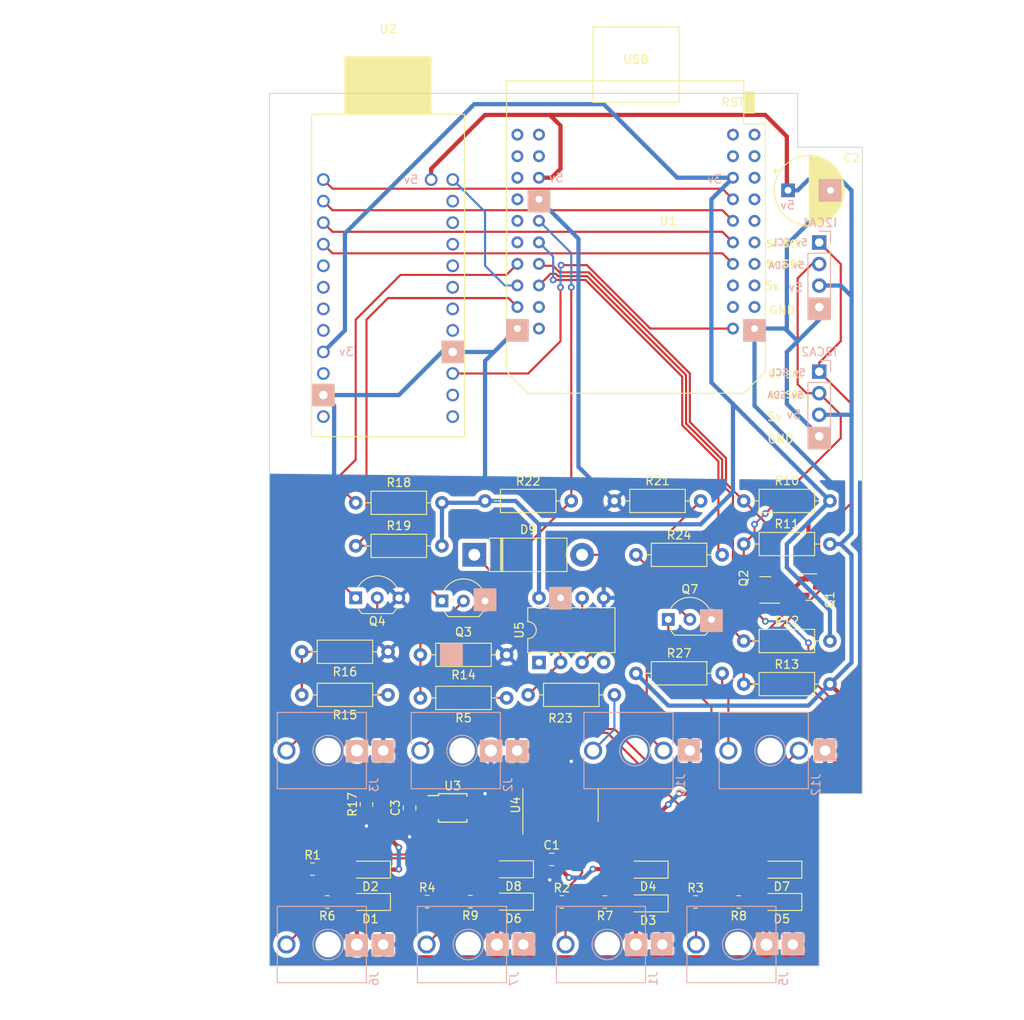
<source format=kicad_pcb>
(kicad_pcb (version 20221018) (generator pcbnew)
  (layers (0 "F.Cu" signal) (31 "B.Cu" signal) (34 "B.Paste" user) (35 "F.Paste" user) (36 "B.SilkS" user "B.Silkscreen") (37 "F.SilkS" user "F.Silkscreen") (38 "B.Mask" user) (39 "F.Mask" user) (44 "Edge.Cuts" user))
  (net 0 "")
  (net 8 "Net-(D9-K)")
  (net 10 "Net-(D9-A)")
  (net 38 "Net-(D1-K)")
  (net 39 "GND")
  (net 40 "+5V")
  (net 41 "Net-(J2-PadT)")
  (net 42 "Net-(J3-PadT)")
  (net 43 "Net-(Q7-C)")
  (net 44 "Net-(Q3-B)")
  (net 45 "Net-(Q4-B)")
  (net 46 "Net-(Q7-B)")
  (net 47 "Net-(U3-~{LDAC})")
  (net 48 "Net-(U5-VO1)")
  (net 49 "Net-(U4D--)")
  (net 50 "/INT")
  (net 51 "/SDA")
  (net 52 "/SCL")
  (net 53 "+3.3V")
  (net 54 "/CS")
  (net 55 "/MOSI")
  (net 56 "/A34")
  (net 57 "/MISO")
  (net 58 "/CLK")
  (net 59 "/A35")
  (net 60 "/RST")
  (net 61 "/midi_in")
  (net 63 "/DAC_A")
  (net 64 "/DAC_B")
  (net 65 "Net-(D3-K)")
  (net 66 "Net-(J10-PadR)")
  (net 67 "Net-(U4B--)")
  (net 68 "Net-(D5-K)")
  (net 69 "Net-(D6-K)")
  (net 70 "/DAC_C")
  (net 71 "Net-(J12-PadR)")
  (net 72 "/midi_out")
  (net 73 "Net-(U4C--)")
  (net 74 "Net-(U4A--)")
  (net 75 "/5v_SCL")
  (net 76 "/5v_SDA")
  (net 77 "/DAC_D")
  (net 78 "/A32")
  (net 79 "/A33")
  (net 82 "/GPIO27")
  (footprint "Resistor_THT:R_Axial_DIN0207_L6.3mm_D2.5mm_P10.16mm_Horizontal" (layer "F.Cu") (at 127 134.403)
    (fp_text reference "R11")
    (fp_text value "10k")
  )
  (footprint "Resistor_SMD:R_0805_2012Metric_Pad1.20x1.40mm_HandSolder" (layer "F.Cu") (at 110.64705 176.595 180)
    (fp_text reference "R7")
    (fp_text value "10k")
  )
  (footprint "Resistor_THT:R_Axial_DIN0207_L6.3mm_D2.5mm_P10.16mm_Horizontal" (layer "F.Cu") (at 101.6 152.183)
    (fp_text reference "R23")
    (fp_text value "220R")
  )
  (footprint "Resistor_SMD:R_0805_2012Metric_Pad1.20x1.40mm_HandSolder" (layer "F.Cu") (at 126.40705 176.595 180)
    (fp_text reference "R8")
    (fp_text value "10k")
  )
  (footprint "Resistor_THT:R_Axial_DIN0207_L6.3mm_D2.5mm_P10.16mm_Horizontal" (layer "F.Cu") (at 106.68 129.323 180)
    (fp_text reference "R22")
    (fp_text value "220R")
  )
  (footprint "Resistor_SMD:R_0805_2012Metric_Pad1.20x1.40mm_HandSolder" (layer "F.Cu") (at 76.2 172.72)
    (fp_text reference "R1")
    (fp_text value "100R")
  )
  (footprint "Diode_SMD:D_SOD-123" (layer "F.Cu") (at 83.01 176.595 180)
    (fp_text reference "D1")
    (fp_text value "D_Schottky" hide)
  )
  (footprint "Diode_SMD:D_SOD-123" (layer "F.Cu") (at 115.72705 176.765 180)
    (fp_text reference "D3")
    (fp_text value "D_Schottky" hide)
  )
  (footprint "Resistor_THT:R_Axial_DIN0207_L6.3mm_D2.5mm_P10.16mm_Horizontal" (layer "F.Cu") (at 111.76 129.323)
    (fp_text reference "R21")
    (fp_text value "4.7k")
  )
  (footprint "Diode_SMD:D_SOD-123" (layer "F.Cu") (at 131.48705 176.595 180)
    (fp_text reference "D5")
    (fp_text value "D_Schottky" hide)
  )
  (footprint "Package_SO:MSOP-10_3x3mm_P0.5mm" (layer "F.Cu") (at 92.71 165.505)
    (fp_text reference "U3")
    (fp_text value "MCP4728")
  )
  (footprint "Package_DIP:DIP-8_W7.62mm" (layer "F.Cu") (at 102.88 148.363 90)
    (fp_text reference "U5")
    (fp_text value "6N138")
  )
  (footprint "Diode_SMD:D_SOD-123" (layer "F.Cu") (at 131.48705 172.785 180)
    (fp_text reference "D7")
    (fp_text value "D_Schottky" hide)
  )
  (footprint "Package_TO_SOT_THT:TO-92_Inline_Wide" (layer "F.Cu") (at 81.28 140.753)
    (fp_text reference "Q4")
    (fp_text value "2n2222")
  )
  (footprint "Resistor_SMD:R_0805_2012Metric_Pad1.20x1.40mm_HandSolder" (layer "F.Cu") (at 77.93 176.595 180)
    (fp_text reference "R6")
    (fp_text value "10k")
  )
  (footprint "ih_kicad:USB_HOST_MINI" (layer "F.Cu") (at 85.09 78.74)
    (fp_text reference "U2")
    (fp_text value "~")
  )
  (footprint "ESP32_mini:ESP32_mini" (layer "F.Cu") (at 114.3 97.573 180)
    (fp_text reference "U1")
    (fp_text value "mini_esp32")
  )
  (footprint "Resistor_THT:R_Axial_DIN0207_L6.3mm_D2.5mm_P10.16mm_Horizontal" (layer "F.Cu") (at 81.28 129.54)
    (fp_text reference "R18")
    (fp_text value "100k")
  )
  (footprint "Resistor_THT:R_Axial_DIN0207_L6.3mm_D2.5mm_P10.16mm_Horizontal" (layer "F.Cu") (at 114.3 149.643)
    (fp_text reference "R27")
    (fp_text value "220R")
  )
  (footprint "Resistor_THT:R_Axial_DIN0207_L6.3mm_D2.5mm_P10.16mm_Horizontal" (layer "F.Cu") (at 127 150.913)
    (fp_text reference "R13")
    (fp_text value "10k")
  )
  (footprint "Resistor_THT:R_Axial_DIN0207_L6.3mm_D2.5mm_P10.16mm_Horizontal" (layer "F.Cu") (at 99.06 147.463 180)
    (fp_text reference "R14")
    (fp_text value "1M")
  )
  (footprint "Package_TO_SOT_THT:TO-92_Inline_Wide" (layer "F.Cu") (at 91.44 141.113)
    (fp_text reference "Q3")
    (fp_text value "2n2222")
  )
  (footprint "Package_TO_SOT_THT:TO-92_Inline_Wide" (layer "F.Cu") (at 118.11 143.293)
    (fp_text reference "Q7")
    (fp_text value "2n2222")
  )
  (footprint "Resistor_SMD:R_0805_2012Metric_Pad1.20x1.40mm_HandSolder" (layer "F.Cu") (at 82.55 165.1 90)
    (fp_text reference "R17")
    (fp_text value "4.7k")
  )
  (footprint "Resistor_SMD:R_0805_2012Metric_Pad1.20x1.40mm_HandSolder" (layer "F.Cu") (at 105.56705 176.595)
    (fp_text reference "R2")
    (fp_text value "100R")
  )
  (footprint "Diode_THT:D_5W_P12.70mm_Horizontal" (layer "F.Cu") (at 95.25 135.673)
    (fp_text reference "D9")
    (fp_text value "1n914")
  )
  (footprint "Package_TO_SOT_SMD:SOT-23" (layer "F.Cu") (at 134.9525 139.483)
    (fp_text reference "Q1")
    (fp_text value "BSS138")
  )
  (footprint "Resistor_THT:R_Axial_DIN0207_L6.3mm_D2.5mm_P10.16mm_Horizontal" (layer "F.Cu") (at 124.46 135.673 180)
    (fp_text reference "R24")
    (fp_text value "100k")
  )
  (footprint "Diode_SMD:D_SOD-123" (layer "F.Cu") (at 83.01 172.785 180)
    (fp_text reference "D2")
    (fp_text value "D_Schottky" hide)
  )
  (footprint "Capacitor_SMD:C_0805_2012Metric_Pad1.18x1.45mm_HandSolder" (layer "F.Cu") (at 87.63 165.505 90)
    (fp_text reference "C3")
    (fp_text value "C_Small" hide)
  )
  (footprint "Resistor_SMD:R_0805_2012Metric_Pad1.20x1.40mm_HandSolder" (layer "F.Cu") (at 89.701747 176.556343)
    (fp_text reference "R4")
    (fp_text value "100R")
  )
  (footprint "Capacitor_THT:CP_Radial_D8.0mm_P5.00mm" (layer "F.Cu") (at 132.217349 92.71)
    (fp_text reference "C2")
    (fp_text value "C_Polarized_US" hide)
  )
  (footprint "Resistor_THT:R_Axial_DIN0207_L6.3mm_D2.5mm_P10.16mm_Horizontal" (layer "F.Cu") (at 127 129.323)
    (fp_text reference "R10")
    (fp_text value "10k")
  )
  (footprint "Package_TO_SOT_SMD:SOT-23" (layer "F.Cu") (at 129.54 139.8155 180)
    (fp_text reference "Q2")
    (fp_text value "BSS138")
  )
  (footprint "Resistor_SMD:R_0805_2012Metric_Pad1.20x1.40mm_HandSolder" (layer "F.Cu") (at 94.781747 176.556343 180)
    (fp_text reference "R9")
    (fp_text value "10k")
  )
  (footprint "Capacitor_SMD:C_0805_2012Metric_Pad1.18x1.45mm_HandSolder" (layer "F.Cu") (at 104.3725 171.58)
    (fp_text reference "C1")
    (fp_text value "C_Small" hide)
  )
  (footprint "Resistor_THT:R_Axial_DIN0207_L6.3mm_D2.5mm_P10.16mm_Horizontal" (layer "F.Cu") (at 127 145.833)
    (fp_text reference "R12")
    (fp_text value "10k")
  )
  (footprint "Diode_SMD:D_SOD-123" (layer "F.Cu") (at 99.861747 172.746343 180)
    (fp_text reference "D8")
    (fp_text value "D_Schottky" hide)
  )
  (footprint "Diode_SMD:D_SOD-123" (layer "F.Cu") (at 99.861747 176.556343 180)
    (fp_text reference "D6")
    (fp_text value "D_Schottky" hide)
  )
  (footprint "Resistor_THT:R_Axial_DIN0207_L6.3mm_D2.5mm_P10.16mm_Horizontal" (layer "F.Cu") (at 85.09 152.183 180)
    (fp_text reference "R15")
    (fp_text value "100k")
  )
  (footprint "Resistor_THT:R_Axial_DIN0207_L6.3mm_D2.5mm_P10.16mm_Horizontal" (layer "F.Cu") (at 99.06 152.543 180)
    (fp_text reference "R5")
    (fp_text value "100k")
  )
  (footprint "Package_SO:SOIC-14_3.9x8.7mm_P1.27mm" (layer "F.Cu") (at 105.41 165.165 90)
    (fp_text reference "U4")
    (fp_text value "TL074" hide)
  )
  (footprint "Resistor_SMD:R_0805_2012Metric_Pad1.20x1.40mm_HandSolder" (layer "F.Cu") (at 121.32705 176.595)
    (fp_text reference "R3")
    (fp_text value "100R")
  )
  (footprint "Resistor_THT:R_Axial_DIN0207_L6.3mm_D2.5mm_P10.16mm_Horizontal" (layer "F.Cu") (at 85.09 147.103 180)
    (fp_text reference "R16")
    (fp_text value "1M")
  )
  (footprint "Resistor_THT:R_Axial_DIN0207_L6.3mm_D2.5mm_P10.16mm_Horizontal" (layer "F.Cu") (at 81.28 134.62)
    (fp_text reference "R19")
    (fp_text value "100k")
  )
  (footprint "Diode_SMD:D_SOD-123" (layer "F.Cu") (at 115.72705 172.785 180)
    (fp_text reference "D4")
    (fp_text value "D_Schottky" hide)
  )
  (footprint "Connector_PinHeader_2.54mm:PinHeader_1x04_P2.54mm_Vertical" (layer "B.Cu") (at 135.89 114.083 180)
    (fp_text reference "I2CA2")
    (fp_text value "Conn_01x04_Socket")
  )
  (footprint "Connector_Audio:Jack_3.5mm_QingPu_WQP-PJ398SM_Vertical_CircularHoles" (layer "B.Cu") (at 84.52 158.75 90)
    (fp_text reference "J3")
    (fp_text value "AudioJack2_SwitchT" hide)
  )
  (footprint "Connector_Audio:Jack_3.5mm_QingPu_WQP-PJ398SM_Vertical_CircularHoles_1" (layer "B.Cu") (at 120.65 158.75 90)
    (fp_text reference "J10")
    (fp_text value "MIDI_in")
  )
  (footprint "Connector_Audio:Jack_3.5mm_QingPu_WQP-PJ398SM_Vertical_CircularHoles" (layer "B.Cu") (at 84.52 181.61 90)
    (fp_text reference "J6")
    (fp_text value "AudioJack2_SwitchT" hide)
  )
  (footprint "Connector_Audio:Jack_3.5mm_QingPu_WQP-PJ398SM_Vertical_CircularHoles" (layer "B.Cu") (at 117.4 181.61 90)
    (fp_text reference "J1")
    (fp_text value "AudioJack2_SwitchT" hide)
  )
  (footprint "Connector_Audio:Jack_3.5mm_QingPu_WQP-PJ398SM_Vertical_CircularHoles" (layer "B.Cu") (at 100.3 158.75 90)
    (fp_text reference "J2")
    (fp_text value "AudioJack2_SwitchT" hide)
  )
  (footprint "Connector_PinHeader_2.54mm:PinHeader_1x04_P2.54mm_Vertical" (layer "B.Cu") (at 135.89 98.853 180)
    (fp_text reference "I2CA1")
    (fp_text value "Conn_01x04_Socket")
  )
  (footprint "Connector_Audio:Jack_3.5mm_QingPu_WQP-PJ398SM_Vertical_CircularHoles_1" (layer "B.Cu") (at 136.59 158.75 90)
    (fp_text reference "J12")
    (fp_text value "MIDI_out")
  )
  (footprint "Connector_Audio:Jack_3.5mm_QingPu_WQP-PJ398SM_Vertical_CircularHoles" (layer "B.Cu") (at 101.03 181.61 90)
    (fp_text reference "J7")
    (fp_text value "AudioJack2_SwitchT" hide)
  )
  (footprint "Connector_Audio:Jack_3.5mm_QingPu_WQP-PJ398SM_Vertical_CircularHoles" (layer "B.Cu") (at 132.78 181.61 90)
    (fp_text reference "J5")
    (fp_text value "AudioJack2_SwitchT" hide)
  )
  (gr_rect (start 99.06 107.95) (end 101.6 110.49) (stroke (width 0.15)) (fill solid) (layer "B.SilkS"))
  (gr_rect (start 96.710146 180.344491) (end 99.250146 182.884491) (stroke (width 0.15)) (fill solid) (layer "B.SilkS"))
  (gr_rect (start 83.21207 180.422434) (end 85.75207 182.962434) (stroke (width 0.15)) (fill solid) (layer "B.SilkS"))
  (gr_rect (start 80.150364 157.552943) (end 82.690364 160.092943) (stroke (width 0.15)) (fill solid) (layer "B.SilkS"))
  (gr_rect (start 134.62 105.41) (end 137.16 107.95) (stroke (width 0.15)) (fill solid) (layer "B.SilkS"))
  (gr_rect (start 99.820295 180.323041) (end 102.360295 182.863041) (stroke (width 0.15)) (fill solid) (layer "B.SilkS"))
  (gr_rect (start 131.538398 180.28123) (end 134.078398 182.82123) (stroke (width 0.15)) (fill solid) (layer "B.SilkS"))
  (gr_rect (start 121.92 142.161284) (end 124.46 144.701284) (stroke (width 0.15)) (fill solid) (layer "B.SilkS"))
  (gr_rect (start 80.120777 180.443043) (end 82.660777 182.983043) (stroke (width 0.15)) (fill solid) (layer "B.SilkS"))
  (gr_rect (start 91.285253 146.162651) (end 93.825253 148.702651) (stroke (width 0.15)) (fill solid) (layer "B.SilkS"))
  (gr_rect (start 116.106277 180.301193) (end 118.646277 182.841193) (stroke (width 0.15)) (fill solid) (layer "B.SilkS"))
  (gr_rect (start 127 107.95) (end 129.54 110.49) (stroke (width 0.15)) (fill solid) (layer "B.SilkS"))
  (gr_rect (start 128.481484 180.242778) (end 131.021484 182.782778) (stroke (width 0.15)) (fill solid) (layer "B.SilkS"))
  (gr_rect (start 135.312797 157.435657) (end 137.852797 159.975657) (stroke (width 0.15)) (fill solid) (layer "B.SilkS"))
  (gr_rect (start 99.036122 157.554044) (end 101.576122 160.094044) (stroke (width 0.15)) (fill solid) (layer "B.SilkS"))
  (gr_rect (start 113.060002 180.378806) (end 115.600002 182.918806) (stroke (width 0.15)) (fill solid) (layer "B.SilkS"))
  (gr_rect (start 119.28 157.44) (end 121.82 159.98) (stroke (width 0.15)) (fill solid) (layer "B.SilkS"))
  (gr_rect (start 95.25 139.7) (end 97.79 142.24) (stroke (width 0.15)) (fill solid) (layer "B.SilkS"))
  (gr_rect (start 83.2462 157.573582) (end 85.7862 160.113582) (stroke (width 0.15)) (fill solid) (layer "B.SilkS"))
  (gr_rect (start 76.2 115.57) (end 78.74 118.11) (stroke (width 0.15)) (fill solid) (layer "B.SilkS"))
  (gr_rect (start 91.44 110.49) (end 93.98 113.03) (stroke (width 0.15)) (fill solid) (layer "B.SilkS"))
  (gr_rect (start 135.89 91.44) (end 138.43 93.98) (stroke (width 0.15)) (fill solid) (layer "B.SilkS"))
  (gr_rect (start 134.62 120.65) (end 137.16 123.19) (stroke (width 0.15)) (fill solid) (layer "B.SilkS"))
  (gr_rect (start 95.963279 157.517022) (end 98.503279 160.057022) (stroke (width 0.15)) (fill solid) (layer "B.SilkS"))
  (gr_rect (start 101.6 92.71) (end 104.14 95.25) (stroke (width 0.15)) (fill solid) (layer "B.SilkS"))
  (gr_rect (start 104.124503 139.521459) (end 106.664503 142.061459) (stroke (width 0.15)) (fill solid) (layer "B.SilkS"))
  (gr_line (start 71.12 82.55) (end 71.12 81.28) (stroke (width 0.1)) (layer "Edge.Cuts"))
  (gr_line (start 140.97 163.83) (end 140.97 87.63) (stroke (width 0.1)) (layer "Edge.Cuts"))
  (gr_line (start 135.89 163.83) (end 135.89 184.15) (stroke (width 0.1)) (layer "Edge.Cuts"))
  (gr_line (start 71.12 128.27) (end 71.12 82.55) (stroke (width 0.1)) (layer "Edge.Cuts"))
  (gr_line (start 71.12 184.15) (end 71.12 179.07) (stroke (width 0.1)) (layer "Edge.Cuts"))
  (gr_line (start 140.97 163.83) (end 135.89 163.83) (stroke (width 0.1)) (layer "Edge.Cuts"))
  (gr_line (start 71.12 154.94) (end 71.12 128.27) (stroke (width 0.1)) (layer "Edge.Cuts"))
  (gr_line (start 133.35 81.28) (end 133.35 87.63) (stroke (width 0.1)) (layer "Edge.Cuts"))
  (gr_line (start 71.12 179.07) (end 71.12 154.94) (stroke (width 0.1)) (layer "Edge.Cuts"))
  (gr_line (start 71.12 81.28) (end 133.35 81.28) (stroke (width 0.1)) (layer "Edge.Cuts"))
  (gr_line (start 71.12 184.15) (end 135.89 184.15) (stroke (width 0.1)) (layer "Edge.Cuts"))
  (gr_line (start 133.35 87.63) (end 140.97 87.63) (stroke (width 0.1)) (layer "Edge.Cuts"))
  (gr_text "5v" (at 133.12136 95.057871) (layer "B.SilkS") (effects (font (size 1 1)) (justify left bottom mirror)))
  (gr_text "5v SCL" (at 134.611692 99.318381) (layer "B.SilkS") (effects (font (size 0.8 0.8)) (justify left bottom mirror)))
  (gr_text "3v" (at 124.52508 91.977847) (layer "B.SilkS") (effects (font (size 1 1)) (justify left bottom mirror)))
  (gr_text "5v SCL" (at 134.371138 114.660317) (layer "B.SilkS") (effects (font (size 0.8 0.8)) (justify left bottom mirror)))
  (gr_text "5v SDA" (at 134.119322 117.304382) (layer "B.SilkS") (effects (font (size 0.8 0.8)) (justify left bottom mirror)))
  (gr_text "5v" (at 133.85849 119.730366) (layer "B.SilkS") (effects (font (size 1 1)) (justify left bottom mirror)))
  (gr_text "5v" (at 88.734224 92.025367) (layer "B.SilkS") (effects (font (size 1 1)) (justify left bottom mirror)))
  (gr_text "5v" (at 134.071838 104.738315) (layer "B.SilkS") (effects (font (size 1 1)) (justify left bottom mirror)))
  (gr_text "3v" (at 81.130243 112.332583) (layer "B.SilkS") (effects (font (size 1 1)) (justify left bottom mirror)))
  (gr_text "5v SDA" (at 134.249066 102.017203) (layer "B.SilkS") (effects (font (size 0.8 0.8)) (justify left bottom mirror)))
  (gr_text "5v" (at 105.857225 91.815548) (layer "B.SilkS") (effects (font (size 1 1)) (justify left bottom mirror)))
  (gr_text "5v" (at 129.362772 104.558) (layer "F.SilkS") (effects (font (size 1 1)) (justify left bottom)))
  (gr_text "5v SCL" (at 129.54 99.478) (layer "F.SilkS") (effects (font (size 0.8 0.8)) (justify left bottom)))
  (gr_text "5v SDA" (at 129.54 101.836888) (layer "F.SilkS") (effects (font (size 0.8 0.8)) (justify left bottom)))
  (gr_text "5v SDA" (at 129.849304 117.269565) (layer "F.SilkS") (effects (font (size 0.8 0.8)) (justify left bottom)))
  (gr_text "GND" (at 129.710466 122.610412) (layer "F.SilkS") (effects (font (size 1 1)) (justify left bottom)))
  (gr_text "5v SCL" (at 129.849304 114.910677) (layer "F.SilkS") (effects (font (size 0.8 0.8)) (justify left bottom)))
  (gr_text "5v" (at 129.672076 119.990677) (layer "F.SilkS") (effects (font (size 1 1)) (justify left bottom)))
  (gr_text "GND" (at 129.913092 107.414674) (layer "F.SilkS") (effects (font (size 1 1)) (justify left bottom)))
  (segment (start 100.33 140.753) (end 95.25 135.673) (width 0.25) (layer "F.Cu") (net 8))
  (segment (start 105.42 147.33) (end 104.14 146.05) (width 0.25) (layer "F.Cu") (net 8))
  (segment (start 101.6 152.183) (end 105.42 148.363) (width 0.25) (layer "F.Cu") (net 8))
  (segment (start 104.14 146.05) (end 101.6 146.05) (width 0.25) (layer "F.Cu") (net 8))
  (segment (start 100.33 144.78) (end 100.33 140.753) (width 0.25) (layer "F.Cu") (net 8))
  (segment (start 105.42 147.33) (end 105.42 148.363) (width 0.25) (layer "F.Cu") (net 8))
  (segment (start 101.6 146.05) (end 100.33 144.78) (width 0.25) (layer "F.Cu") (net 8))
  (segment (start 107.95 135.673) (end 111.543 135.673) (width 0.25) (layer "F.Cu") (net 10))
  (segment (start 111.543 135.673) (end 115.57 139.7) (width 0.25) (layer "F.Cu") (net 10))
  (segment (start 115.57 156.77) (end 117.55 158.75) (width 0.25) (layer "F.Cu") (net 10))
  (segment (start 114.3 146.05) (end 115.57 144.78) (width 0.25) (layer "F.Cu") (net 10))
  (segment (start 115.57 139.7) (end 115.57 144.78) (width 0.25) (layer "F.Cu") (net 10))
  (segment (start 115.57 144.78) (end 115.57 156.77) (width 0.25) (layer "F.Cu") (net 10))
  (segment (start 107.96 148.363) (end 110.273 146.05) (width 0.25) (layer "F.Cu") (net 10))
  (segment (start 110.273 146.05) (end 114.3 146.05) (width 0.25) (layer "F.Cu") (net 10))
  (segment (start 77.2 172.72) (end 80.675 172.72) (width 0.25) (layer "F.Cu") (net 38))
  (segment (start 80.675 172.72) (end 80.74 172.785) (width 0.25) (layer "F.Cu") (net 38))
  (segment (start 81.36 172.785) (end 81.36 173.295) (width 0.25) (layer "F.Cu") (net 38))
  (segment (start 76.93 177.8) (end 73.12 181.61) (width 0.25) (layer "F.Cu") (net 38))
  (segment (start 76.93 176.595) (end 76.93 177.8) (width 0.25) (layer "F.Cu") (net 38))
  (segment (start 81.36 172.785) (end 80.74 172.785) (width 0.25) (layer "F.Cu") (net 38))
  (segment (start 81.36 173.295) (end 84.66 176.595) (width 0.25) (layer "F.Cu") (net 38))
  (segment (start 80.74 172.785) (end 76.93 176.595) (width 0.25) (layer "F.Cu") (net 38))
  (segment (start 113.90705 176.595) (end 114.07705 176.765) (width 0.5) (layer "F.Cu") (net 39))
  (segment (start 78.93 176.595) (end 81.36 176.595) (width 0.5) (layer "F.Cu") (net 39))
  (segment (start 103.335 173.185) (end 104.14 173.99) (width 0.5) (layer "F.Cu") (net 39))
  (segment (start 81.36 176.595) (end 81.42 176.655) (width 0.5) (layer "F.Cu") (net 39))
  (segment (start 111.64705 176.595) (end 113.90705 176.595) (width 0.5) (layer "F.Cu") (net 39))
  (segment (start 96.52 163.83) (end 95.845 164.505) (width 0.25) (layer "F.Cu") (net 39))
  (segment (start 87.63 166.5425) (end 87.63 168.91) (width 0.5) (layer "F.Cu") (net 39))
  (segment (start 98.211747 176.556343) (end 97.93 176.83809) (width 0.5) (layer "F.Cu") (net 39))
  (segment (start 105.41 162.69) (end 105.41 161.29) (width 0.5) (layer "F.Cu") (net 39))
  (segment (start 114.3 181.61) (end 114.3 176.98795) (width 0.5) (layer "F.Cu") (net 39))
  (segment (start 103.335 171.58) (end 103.335 173.185) (width 0.5) (layer "F.Cu") (net 39))
  (segment (start 129.83705 176.595) (end 129.68 176.75205) (width 0.5) (layer "F.Cu") (net 39))
  (segment (start 95.845 164.505) (end 94.91 164.505) (width 0.25) (layer "F.Cu") (net 39))
  (segment (start 97.93 176.83809) (end 97.93 181.61) (width 0.5) (layer "F.Cu") (net 39))
  (segment (start 105.41 161.29) (end 106.68 160.02) (width 0.5) (layer "F.Cu") (net 39))
  (segment (start 114.3 176.98795) (end 114.07705 176.765) (width 0.5) (layer "F.Cu") (net 39))
  (segment (start 95.781747 176.556343) (end 98.211747 176.556343) (width 0.5) (layer "F.Cu") (net 39))
  (segment (start 81.42 176.655) (end 81.42 181.61) (width 0.5) (layer "F.Cu") (net 39))
  (segment (start 82.55 166.1) (end 82.55 167.64) (width 0.5) (layer "F.Cu") (net 39))
  (segment (start 127.40705 176.595) (end 129.83705 176.595) (width 0.5) (layer "F.Cu") (net 39))
  (segment (start 129.68 176.75205) (end 129.68 181.61) (width 0.5) (layer "F.Cu") (net 39))
  (via (at 82.55 167.64) (size 0.8) (drill 0.4) (layers "F.Cu" "B.Cu") (net 39))
  (via (at 87.63 168.91) (size 0.8) (drill 0.4) (layers "F.Cu" "B.Cu") (net 39))
  (via (at 96.52 163.83) (size 0.8) (drill 0.4) (layers "F.Cu" "B.Cu") (net 39))
  (via (at 104.14 173.99) (size 0.8) (drill 0.4) (layers "F.Cu" "B.Cu") (net 39))
  (via (at 106.68 160.02) (size 0.8) (drill 0.4) (layers "F.Cu" "B.Cu") (net 39))
  (segment (start 86.36 116.84) (end 91.44 111.76) (width 0.5) (layer "B.Cu") (net 39))
  (segment (start 128.27 109.003) (end 128.27 118.11) (width 0.5) (layer "B.Cu") (net 39))
  (segment (start 104.14 173.99) (end 104.14 175.26) (width 0.5) (layer "B.Cu") (net 39))
  (segment (start 131.863 109.003) (end 132.08 109.22) (width 0.5) (layer "B.Cu") (net 39))
  (segment (start 97.573 111.76) (end 92.71 111.76) (width 0.5) (layer "B.Cu") (net 39))
  (segment (start 96.52 112.813) (end 96.52 127) (width 0.5) (layer "B.Cu") (net 39))
  (segment (start 77.47 116.84) (end 78.74 118.11) (width 0.5) (layer "B.Cu") (net 39))
  (segment (start 128.27 118.11) (end 138.43 128.27) (width 0.5) (layer "B.Cu") (net 39))
  (segment (start 107.53 125.31) (end 109.22 127) (width 0.5) (layer "B.Cu") (net 39))
  (segment (start 107.53 98.423) (end 107.53 125.31) (width 0.5) (layer "B.Cu") (net 39))
  (segment (start 100.33 109.003) (end 96.52 112.813) (width 0.5) (layer "B.Cu") (net 39))
  (segment (start 132.08 109.22) (end 133.35 110.49) (width 0.5) (layer "B.Cu") (net 39))
  (segment (start 138.43 128.27) (end 138.43 132.72295) (width 0.5) (layer "B.Cu") (net 39))
  (segment (start 97.2 158.75) (end 97.2 163.15) (width 0.5) (layer "B.Cu") (net 39))
  (segment (start 97.2 163.15) (end 96.52 163.83) (width 0.5) (layer "B.Cu") (net 39))
  (segment (start 100.33 109.003) (end 97.573 111.76) (width 0.5) (layer "B.Cu") (net 39))
  (segment (start 91.44 111.76) (end 92.71 111.76) (width 0.5) (layer "B.Cu") (net 39))
  (segment (start 132.08 111.76) (end 132.08 117.893) (width 0.5) (layer "B.Cu") (net 39))
  (segment (start 106.68 160.02) (end 106.68 161.29) (width 0.5) (layer "B.Cu") (net 39))
  (segment (start 135.89 107.95) (end 133.35 110.49) (width 0.5) (layer "B.Cu") (net 39))
  (segment (start 132.08 117.893) (end 135.89 121.703) (width 0.5) (layer "B.Cu") (net 39))
  (segment (start 137.217349 92.71) (end 137.217349 93.980001) (width 0.5) (layer "B.Cu") (net 39))
  (segment (start 128.27 109.003) (end 131.863 109.003) (width 0.5) (layer "B.Cu") (net 39))
  (segment (start 132.08 99.117349) (end 132.08 109.22) (width 0.5) (layer "B.Cu") (net 39))
  (segment (start 102.87 93.763) (end 107.53 98.423) (width 0.5) (layer "B.Cu") (net 39))
  (segment (start 78.74 118.11) (end 78.74 127) (width 0.5) (layer "B.Cu") (net 39))
  (segment (start 135.89 106.473) (end 135.89 107.95) (width 0.5) (layer "B.Cu") (net 39))
  (segment (start 133.35 110.49) (end 132.08 111.76) (width 0.5) (layer "B.Cu") (net 39))
  (segment (start 77.47 116.84) (end 86.36 116.84) (width 0.5) (layer "B.Cu") (net 39))
  (segment (start 82.55 167.64) (end 82.55 168.91) (width 0.5) (layer "B.Cu") (net 39))
  (segment (start 137.217349 93.980001) (end 132.08 99.117349) (width 0.5) (layer "B.Cu") (net 39))
  (segment (start 90.51 164.505) (end 87.6675 164.505) (width 0.25) (layer "F.Cu") (net 40))
  (segment (start 90.17 91.44) (end 90.17 90.17) (width 0.5) (layer "F.Cu") (net 40))
  (segment (start 105.41 172.72) (end 106.413726 173.723726) (width 0.5) (layer "F.Cu") (net 40))
  (segment (start 104.14 83.82) (end 105.41 85.09) (width 0.5) (layer "F.Cu") (net 40))
  (segment (start 118.11 174.464298) (end 118.765 175.119298) (width 0.5) (layer "F.Cu") (net 40))
  (segment (start 118.11 173.99) (end 118.11 174.464298) (width 0.5) (layer "F.Cu") (net 40))
  (segment (start 132.08 92.572651) (end 132.08 86.36) (width 0.5) (layer "F.Cu") (net 40))
  (segment (start 139.7 153.453) (end 137.16 150.913) (width 0.5) (layer "F.Cu") (net 40))
  (segment (start 87.875 183.125) (end 86.36 181.61) (width 0.5) (layer "F.Cu") (net 40))
  (segment (start 110.49 172.72) (end 118.11 165.1) (width 0.5) (layer "F.Cu") (net 40))
  (segment (start 133.35 163.83) (end 134.62 162.56) (width 0.5) (layer "F.Cu") (net 40))
  (segment (start 134.62 173.99) (end 133.415 172.785) (width 0.5) (layer "F.Cu") (net 40))
  (segment (start 87.6675 164.505) (end 87.63 164.4675) (width 0.5) (layer "F.Cu") (net 40))
  (segment (start 105.41 85.09) (end 105.41 90.17) (width 0.5) (layer "F.Cu") (net 40))
  (segment (start 134.62 173.99) (end 134.62 182.55) (width 0.5) (layer "F.Cu") (net 40))
  (segment (start 102.87 183.125) (end 87.875 183.125) (width 0.5) (layer "F.Cu") (net 40))
  (segment (start 117.37705 172.785) (end 117.37705 173.25705) (width 0.5) (layer "F.Cu") (net 40))
  (segment (start 86.9925 164.4675) (end 87.63 164.4675) (width 0.5) (layer "F.Cu") (net 40))
  (segment (start 86.36 181.61) (end 86.36 175.26) (width 0.5) (layer "F.Cu") (net 40))
  (segment (start 119.38 183.125) (end 102.87 183.125) (width 0.5) (layer "F.Cu") (net 40))
  (segment (start 84.66 173.56) (end 84.66 172.785) (width 0.5) (layer "F.Cu") (net 40))
  (segment (start 134.045 183.125) (end 119.38 183.125) (width 0.5) (layer "F.Cu") (net 40))
  (segment (start 132.217349 92.71) (end 132.08 92.572651) (width 0.5) (layer "F.Cu") (net 40))
  (segment (start 133.13705 172.785) (end 133.13705 164.04295) (width 0.5) (layer "F.Cu") (net 40))
  (segment (start 109.22 172.72) (end 110.49 172.72) (width 0.5) (layer "F.Cu") (net 40))
  (segment (start 132.08 86.36) (end 129.54 83.82) (width 0.5) (layer "F.Cu") (net 40))
  (segment (start 86.36 175.26) (end 84.66 173.56) (width 0.5) (layer "F.Cu") (net 40))
  (segment (start 102.87 173.99) (end 102.87 183.125) (width 0.5) (layer "F.Cu") (net 40))
  (segment (start 85.09 166.37) (end 86.9925 164.4675) (width 0.5) (layer "F.Cu") (net 40))
  (segment (start 105.41 172.72) (end 105.41 171.58) (width 0.5) (layer "F.Cu") (net 40))
  (segment (start 104.357 91.223) (end 102.87 91.223) (width 0.5) (layer "F.Cu") (net 40))
  (segment (start 101.511747 172.746343) (end 101.626343 172.746343) (width 0.5) (layer "F.Cu") (net 40))
  (segment (start 105.41 90.17) (end 104.357 91.223) (width 0.5) (layer "F.Cu") (net 40))
  (segment (start 85.09 168.91) (end 85.09 166.37) (width 0.5) (layer "F.Cu") (net 40))
  (segment (start 118.765 179.680026) (end 119.38 180.295026) (width 0.5) (layer "F.Cu") (net 40))
  (segment (start 129.54 83.82) (end 104.14 83.82) (width 0.5) (layer "F.Cu") (net 40))
  (segment (start 134.62 162.56) (end 137.16 162.56) (width 0.5) (layer "F.Cu") (net 40))
  (segment (start 139.7 160.02) (end 139.7 153.453) (width 0.5) (layer "F.Cu") (net 40))
  (segment (start 86.295 172.785) (end 86.36 172.72) (width 0.5) (layer "F.Cu") (net 40))
  (segment (start 133.13705 164.04295) (end 133.35 163.83) (width 0.5) (layer "F.Cu") (net 40))
  (segment (start 90.17 90.17) (end 96.52 83.82) (width 0.5) (layer "F.Cu") (net 40))
  (segment (start 118.765 175.119298) (end 118.765 179.680026) (width 0.5) (layer "F.Cu") (net 40))
  (segment (start 119.38 180.295026) (end 119.38 183.125) (width 0.5) (layer "F.Cu") (net 40))
  (segment (start 96.52 83.82) (end 104.14 83.82) (width 0.5) (layer "F.Cu") (net 40))
  (segment (start 134.62 182.55) (end 134.045 183.125) (width 0.5) (layer "F.Cu") (net 40))
  (segment (start 84.66 172.785) (end 86.295 172.785) (width 0.5) (layer "F.Cu") (net 40))
  (segment (start 119.38 163.83) (end 133.35 163.83) (width 0.5) (layer "F.Cu") (net 40))
  (segment (start 105.41 171.58) (end 105.41 167.64) (width 0.5) (layer "F.Cu") (net 40))
  (segment (start 101.626343 172.746343) (end 102.87 173.99) (width 0.5) (layer "F.Cu") (net 40))
  (segment (start 117.37705 173.25705) (end 118.11 173.99) (width 0.5) (layer "F.Cu") (net 40))
  (segment (start 133.415 172.785) (end 133.13705 172.785) (width 0.5) (layer "F.Cu") (net 40))
  (segment (start 137.16 162.56) (end 139.7 160.02) (width 0.5) (layer "F.Cu") (net 40))
  (segment (start 86.36 170.18) (end 85.09 168.91) (width 0.5) (layer "F.Cu") (net 40))
  (via (at 86.36 172.72) (size 0.8) (drill 0.4) (layers "F.Cu" "B.Cu") (net 40))
  (via (at 109.22 172.72) (size 0.8) (drill 0.4) (layers "F.Cu" "B.Cu") (net 40))
  (via (at 106.413726 173.723726) (size 0.8) (drill 0.4) (layers "F.Cu" "B.Cu") (net 40))
  (via (at 86.36 170.18) (size 0.8) (drill 0.4) (layers "F.Cu" "B.Cu") (net 40))
  (via (at 118.11 165.1) (size 0.8) (drill 0.4) (layers "F.Cu" "B.Cu") (net 40))
  (via (at 119.38 163.83) (size 0.8) (drill 0.4) (layers "F.Cu" "B.Cu") (net 40))
  (segment (start 137.16 134.403) (end 138.43 134.403) (width 0.5) (layer "B.Cu") (net 40))
  (segment (start 118.11 165.1) (end 119.38 163.83) (width 0.5) (layer "B.Cu") (net 40))
  (segment (start 138.43 91.44) (end 139.7 92.71) (width 0.5) (layer "B.Cu") (net 40))
  (segment (start 139.7 135.673) (end 138.43 134.403) (width 0.5) (layer "B.Cu") (net 40))
  (segment (start 132.217349 92.71) (end 133.35 92.71) (width 0.5) (layer "B.Cu") (net 40))
  (segment (start 134.62 91.44) (end 138.43 91.44) (width 0.5) (layer "B.Cu") (net 40))
  (segment (start 134.62 153.453) (end 137.16 150.913) (width 0.5) (layer "B.Cu") (net 40))
  (segment (start 139.7 105.193) (end 139.7 119.163) (width 0.5) (layer "B.Cu") (net 40))
  (segment (start 86.36 172.72) (end 86.36 170.18) (width 0.5) (layer "B.Cu") (net 40))
  (segment (start 139.7 119.163) (end 135.89 119.163) (width 0.5) (layer "B.Cu") (net 40))
  (segment (start 139.7 133.133) (end 139.7 119.163) (width 0.5) (layer "B.Cu") (net 40))
  (segment (start 137.16 150.913) (end 139.7 148.373) (width 0.5) (layer "B.Cu") (net 40))
  (segment (start 108.216274 173.723726) (end 109.22 172.72) (width 0.5) (layer "B.Cu") (net 40))
  (segment (start 138.44 103.933) (end 135.89 103.933) (width 0.5) (layer "B.Cu") (net 40))
  (segment (start 133.35 92.71) (end 134.62 91.44) (width 0.5) (layer "B.Cu") (net 40))
  (segment (start 106.413726 173.723726) (end 108.216274 173.723726) (width 0.5) (layer "B.Cu") (net 40))
  (segment (start 138.43 134.403) (end 139.7 133.133) (width 0.5) (layer "B.Cu") (net 40))
  (segment (start 139.7 148.373) (end 139.7 135.673) (width 0.5) (layer "B.Cu") (net 40))
  (segment (start 118.11 153.453) (end 134.62 153.453) (width 0.5) (layer "B.Cu") (net 40))
  (segment (start 114.3 149.643) (end 118.11 153.453) (width 0.5) (layer "B.Cu") (net 40))
  (segment (start 139.7 92.71) (end 139.7 105.193) (width 0.5) (layer "B.Cu") (net 40))
  (segment (start 139.7 105.193) (end 138.44 103.933) (width 0.5) (layer "B.Cu") (net 40))
  (segment (start 88.9 158.75) (end 95.107 152.543) (width 0.25) (layer "F.Cu") (net 41))
  (segment (start 95.107 152.543) (end 99.06 152.543) (width 0.25) (layer "F.Cu") (net 41))
  (segment (start 79.687 152.183) (end 73.12 158.75) (width 0.25) (layer "F.Cu") (net 42))
  (segment (start 85.09 152.183) (end 79.687 152.183) (width 0.25) (layer "F.Cu") (net 42))
  (segment (start 118.11 148.59) (end 123.19 153.67) (width 0.25) (layer "F.Cu") (net 43))
  (segment (start 118.11 143.293) (end 118.11 148.59) (width 0.25) (layer "F.Cu") (net 43))
  (segment (start 123.19 160.02) (end 124.46 161.29) (width 0.25) (layer "F.Cu") (net 43))
  (segment (start 123.19 153.67) (end 123.19 160.02) (width 0.25) (layer "F.Cu") (net 43))
  (segment (start 130.95 161.29) (end 133.49 158.75) (width 0.25) (layer "F.Cu") (net 43))
  (segment (start 124.46 161.29) (end 130.95 161.29) (width 0.25) (layer "F.Cu") (net 43))
  (segment (start 88.9 147.463) (end 88.9 146.193) (width 0.25) (layer "F.Cu") (net 44))
  (segment (start 88.9 146.193) (end 93.98 141.113) (width 0.25) (layer "F.Cu") (net 44))
  (segment (start 88.9 147.463) (end 88.9 152.543) (width 0.25) (layer "F.Cu") (net 44))
  (segment (start 74.93 147.103) (end 80.227 147.103) (width 0.25) (layer "F.Cu") (net 45))
  (segment (start 83.82 143.51) (end 83.82 140.753) (width 0.25) (layer "F.Cu") (net 45))
  (segment (start 80.227 147.103) (end 83.82 143.51) (width 0.25) (layer "F.Cu") (net 45))
  (segment (start 74.93 152.183) (end 74.93 147.103) (width 0.25) (layer "F.Cu") (net 45))
  (segment (start 116.84 138.213) (end 114.3 135.673) (width 0.25) (layer "F.Cu") (net 46))
  (segment (start 120.65 143.293) (end 116.84 139.483) (width 0.25) (layer "F.Cu") (net 46))
  (segment (start 116.84 139.483) (end 116.84 138.213) (width 0.25) (layer "F.Cu") (net 46))
  (segment (start 80.01 169.916396) (end 81.093604 171) (width 0.25) (layer "F.Cu") (net 47))
  (segment (start 89.265 166.005) (end 90.51 166.005) (width 0.25) (layer "F.Cu") (net 47))
  (segment (start 88.9 170.18) (end 88.9 166.37) (width 0.25) (layer "F.Cu") (net 47))
  (segment (start 88.9 166.37) (end 89.265 166.005) (width 0.25) (layer "F.Cu") (net 47))
  (segment (start 88.08 171) (end 88.9 170.18) (width 0.25) (layer "F.Cu") (net 47))
  (segment (start 80.01 165.1) (end 80.01 169.916396) (width 0.25) (layer "F.Cu") (net 47))
  (segment (start 81.01 164.1) (end 80.01 165.1) (width 0.25) (layer "F.Cu") (net 47))
  (segment (start 81.093604 171) (end 88.08 171) (width 0.25) (layer "F.Cu") (net 47))
  (segment (start 82.55 164.1) (end 81.01 164.1) (width 0.25) (layer "F.Cu") (net 47))
  (segment (start 106.68 133.35) (end 117.893 133.35) (width 0.25) (layer "F.Cu") (net 48))
  (segment (start 106.68 133.35) (end 105.41 134.62) (width 0.25) (layer "F.Cu") (net 48))
  (segment (start 105.42 134.63) (end 105.42 140.743) (width 0.25) (layer "F.Cu") (net 48))
  (segment (start 117.893 133.35) (end 121.92 129.323) (width 0.25) (layer "F.Cu") (net 48))
  (segment (start 105.41 134.62) (end 105.42 134.63) (width 0.25) (layer "F.Cu") (net 48))
  (segment (start 76.47 171.45) (end 81.28 171.45) (width 0.25) (layer "F.Cu") (net 49))
  (segment (start 94.3 162.69) (end 101.6 162.69) (width 0.25) (layer "F.Cu") (net 49))
  (segment (start 93.16 163.83) (end 94.3 162.69) (width 0.25) (layer "F.Cu") (net 49))
  (segment (start 75.2 172.72) (end 76.47 171.45) (width 0.25) (layer "F.Cu") (net 49))
  (segment (start 89.35 169.73) (end 93.16 165.92) (width 0.25) (layer "F.Cu") (net 49))
  (segment (start 101.6 162.69) (end 102.87 162.69) (width 0.25) (layer "F.Cu") (net 49))
  (segment (start 89.35 170.366396) (end 89.35 169.73) (width 0.25) (layer "F.Cu") (net 49))
  (segment (start 88.266396 171.45) (end 89.35 170.366396) (width 0.25) (layer "F.Cu") (net 49))
  (segment (start 93.16 165.92) (end 93.16 163.83) (width 0.25) (layer "F.Cu") (net 49))
  (segment (start 81.28 171.45) (end 88.266396 171.45) (width 0.25) (layer "F.Cu") (net 49))
  (segment (start 100.33 103.923) (end 98.843 103.923) (width 0.25) (layer "B.Cu") (net 50))
  (segment (start 98.843 103.923) (end 96.52 101.6) (width 0.25) (layer "B.Cu") (net 50))
  (segment (start 96.52 95.25) (end 92.71 91.44) (width 0.25) (layer "B.Cu") (net 50))
  (segment (start 96.52 101.6) (end 96.52 95.25) (width 0.25) (layer "B.Cu") (net 50))
  (segment (start 124.91 127.233) (end 127 129.323) (width 0.25) (layer "F.Cu") (net 51))
  (segment (start 130.81 138.533) (end 130.4775 138.8655) (width 0.25) (layer "F.Cu") (net 51))
  (segment (start 102.87 101.383) (end 103.087 101.6) (width 0.25) (layer "F.Cu") (net 51))
  (segment (start 108.726591 102.373799) (end 120.65 114.297208) (width 0.25) (layer "F.Cu") (net 51))
  (segment (start 103.087 101.6) (end 104.531701 101.6) (width 0.25) (layer "F.Cu") (net 51))
  (segment (start 105.3055 102.373799) (end 108.726591 102.373799) (width 0.25) (layer "F.Cu") (net 51))
  (segment (start 130.81 133.133) (end 130.81 138.533) (width 0.25) (layer "F.Cu") (net 51))
  (segment (start 124.91 124.273604) (end 124.91 127.233) (width 0.25) (layer "F.Cu") (net 51))
  (segment (start 120.65 114.297208) (end 120.65 120.013604) (width 0.25) (layer "F.Cu") (net 51))
  (segment (start 120.65 120.013604) (end 124.91 124.273604) (width 0.25) (layer "F.Cu") (net 51))
  (segment (start 127 129.323) (end 130.81 133.133) (width 0.25) (layer "F.Cu") (net 51))
  (segment (start 104.531701 101.6) (end 105.3055 102.373799) (width 0.25) (layer "F.Cu") (net 51))
  (segment (start 104.244201 102.548799) (end 104.844104 102.548799) (width 0.25) (layer "F.Cu") (net 52))
  (segment (start 108.540195 102.823799) (end 120.2 114.483604) (width 0.25) (layer "F.Cu") (net 52))
  (segment (start 104.844104 102.548799) (end 105.119104 102.823799) (width 0.25) (layer "F.Cu") (net 52))
  (segment (start 133.954198 140.433) (end 134.015 140.433) (width 0.25) (layer "F.Cu") (net 52))
  (segment (start 120.2 120.2) (end 124.46 124.46) (width 0.25) (layer "F.Cu") (net 52))
  (segment (start 124.46 124.46) (end 124.46 127.419396) (width 0.25) (layer "F.Cu") (net 52))
  (segment (start 127 145.833) (end 128.554198 145.833) (width 0.25) (layer "F.Cu") (net 52))
  (segment (start 125.73 144.563) (end 127 145.833) (width 0.25) (layer "F.Cu") (net 52))
  (segment (start 105.119104 102.823799) (end 108.540195 102.823799) (width 0.25) (layer "F.Cu") (net 52))
  (segment (start 120.2 114.483604) (end 120.2 120.2) (width 0.25) (layer "F.Cu") (net 52))
  (segment (start 128.554198 145.833) (end 133.954198 140.433) (width 0.25) (layer "F.Cu") (net 52))
  (segment (start 124.46 127.419396) (end 125.73 128.689396) (width 0.25) (layer "F.Cu") (net 52))
  (segment (start 102.87 103.923) (end 104.244201 102.548799) (width 0.25) (layer "F.Cu") (net 52))
  (segment (start 125.73 128.689396) (end 125.73 144.563) (width 0.25) (layer "F.Cu") (net 52))
  (segment (start 134.015 138.533) (end 134.62 137.928) (width 0.5) (layer "F.Cu") (net 53))
  (segment (start 131.7825 140.7655) (end 134.015 138.533) (width 0.5) (layer "F.Cu") (net 53))
  (segment (start 130.4775 140.7655) (end 131.7825 140.7655) (width 0.5) (layer "F.Cu") (net 53))
  (segment (start 134.62 131.863) (end 137.16 129.323) (width 0.5) (layer "F.Cu") (net 53))
  (segment (start 134.62 137.928) (end 134.62 131.863) (width 0.5) (layer "F.Cu") (net 53))
  (segment (start 95.25 82.55) (end 110.49 82.55) (width 0.5) (layer "B.Cu") (net 53))
  (segment (start 110.49 82.55) (end 119.163 91.223) (width 0.5) (layer "B.Cu") (net 53))
  (segment (start 102.87 132.08) (end 121.92 132.08) (width 0.5) (layer "B.Cu") (net 53))
  (segment (start 91.44 129.54) (end 96.303 129.54) (width 0.5) (layer "B.Cu") (net 53))
  (segment (start 100.113 129.323) (end 102.87 132.08) (width 0.5) (layer "B.Cu") (net 53))
  (segment (start 123.19 115.353) (end 125.8385 118.0015) (width 0.5) (layer "B.Cu") (net 53))
  (segment (start 125.73 118.11) (end 125.8385 118.0015) (width 0.5) (layer "B.Cu") (net 53))
  (segment (start 91.44 129.54) (end 91.44 134.62) (width 0.5) (layer "B.Cu") (net 53))
  (segment (start 132.08 137.16) (end 132.08 134.403) (width 0.5) (layer "B.Cu") (net 53))
  (segment (start 119.163 91.223) (end 125.73 91.223) (width 0.5) (layer "B.Cu") (net 53))
  (segment (start 80.01 97.79) (end 95.25 82.55) (width 0.5) (layer "B.Cu") (net 53))
  (segment (start 125.73 91.223) (end 123.19 93.763) (width 0.5) (layer "B.Cu") (net 53))
  (segment (start 123.19 93.763) (end 123.19 115.353) (width 0.5) (layer "B.Cu") (net 53))
  (segment (start 80.01 109.22) (end 80.01 97.79) (width 0.5) (layer "B.Cu") (net 53))
  (segment (start 102.88 132.09) (end 102.88 140.743) (width 0.5) (layer "B.Cu") (net 53))
  (segment (start 132.08 134.403) (end 137.16 129.323) (width 0.5) (layer "B.Cu") (net 53))
  (segment (start 96.303 129.54) (end 96.52 129.323) (width 0.5) (layer "B.Cu") (net 53))
  (segment (start 137.16 145.833) (end 137.16 142.24) (width 0.5) (layer "B.Cu") (net 53))
  (segment (start 77.47 111.76) (end 80.01 109.22) (width 0.5) (layer "B.Cu") (net 53))
  (segment (start 102.87 132.08) (end 102.88 132.09) (width 0.5) (layer "B.Cu") (net 53))
  (segment (start 96.52 129.323) (end 100.113 129.323) (width 0.5) (layer "B.Cu") (net 53))
  (segment (start 125.73 128.27) (end 125.73 118.11) (width 0.5) (layer "B.Cu") (net 53))
  (segment (start 121.92 132.08) (end 125.73 128.27) (width 0.5) (layer "B.Cu") (net 53))
  (segment (start 137.16 142.24) (end 132.08 137.16) (width 0.5) (layer "B.Cu") (net 53))
  (segment (start 125.8385 118.0015) (end 137.16 129.323) (width 0.5) (layer "B.Cu") (net 53))
  (segment (start 125.73 93.763) (end 124.482 92.515) (width 0.25) (layer "F.Cu") (net 54))
  (segment (start 78.545 92.515) (end 77.47 91.44) (width 0.25) (layer "F.Cu") (net 54))
  (segment (start 124.482 92.515) (end 78.545 92.515) (width 0.25) (layer "F.Cu") (net 54))
  (segment (start 78.545 95.055) (end 77.47 93.98) (width 0.25) (layer "F.Cu") (net 55))
  (segment (start 124.482 95.055) (end 78.545 95.055) (width 0.25) (layer "F.Cu") (net 55))
  (segment (start 125.73 96.303) (end 124.482 95.055) (width 0.25) (layer "F.Cu") (net 55))
  (segment (start 125.73 98.843) (end 124.482 97.595) (width 0.25) (layer "F.Cu") (net 57))
  (segment (start 78.545 97.595) (end 77.47 96.52) (width 0.25) (layer "F.Cu") (net 57))
  (segment (start 124.482 97.595) (end 78.545 97.595) (width 0.25) (layer "F.Cu") (net 57))
  (segment (start 78.545 100.135) (end 77.47 99.06) (width 0.25) (layer "F.Cu") (net 58))
  (segment (start 124.482 100.135) (end 78.545 100.135) (width 0.25) (layer "F.Cu") (net 58))
  (segment (start 125.73 101.383) (end 124.482 100.135) (width 0.25) (layer "F.Cu") (net 58))
  (segment (start 105.41 110.49) (end 101.6 114.3) (width 0.25) (layer "F.Cu") (net 60))
  (segment (start 125.73 109.003) (end 115.992188 109.003) (width 0.25) (layer "F.Cu") (net 60))
  (segment (start 109.539594 102.550406) (end 108.516038 101.52685) (width 0.25) (layer "F.Cu") (net 60))
  (segment (start 101.6 114.3) (end 92.71 114.3) (width 0.25) (layer "F.Cu") (net 60))
  (segment (start 109.859188 102.87) (end 109.539594 102.550406) (width 0.25) (layer "F.Cu") (net 60))
  (segment (start 108.516038 101.52685) (end 105.483149 101.52685) (width 0.25) (layer "F.Cu") (net 60))
  (segment (start 115.889594 108.900406) (end 109.859188 102.87) (width 0.25) (layer "F.Cu") (net 60))
  (segment (start 105.41 104.14) (end 105.41 110.49) (width 0.25) (layer "F.Cu") (net 60))
  (segment (start 115.992188 109.003) (end 115.889594 108.900406) (width 0.25) (layer "F.Cu") (net 60))
  (via (at 105.483149 101.52685) (size 0.8) (drill 0.4) (layers "F.Cu" "B.Cu") (net 60))
  (via (at 105.41 104.14) (size 0.8) (drill 0.4) (layers "F.Cu" "B.Cu") (net 60))
  (segment (start 105.41 101.599999) (end 105.41 104.14) (width 0.25) (layer "B.Cu") (net 60))
  (segment (start 105.483149 101.52685) (end 105.41 101.599999) (width 0.25) (layer "B.Cu") (net 60))
  (segment (start 106.68 129.323) (end 106.68 104.14) (width 0.25) (layer "F.Cu") (net 61))
  (segment (start 101.6 143.51) (end 100.78 142.69) (width 0.25) (layer "F.Cu") (net 61))
  (segment (start 107.96 142.23) (end 106.68 143.51) (width 0.25) (layer "F.Cu") (net 61))
  (segment (start 100.78 142.69) (end 100.78 135.223) (width 0.25) (layer "F.Cu") (net 61))
  (segment (start 107.96 140.743) (end 107.96 142.23) (width 0.25) (layer "F.Cu") (net 61))
  (segment (start 100.78 135.223) (end 106.68 129.323) (width 0.25) (layer "F.Cu") (net 61))
  (segment (start 106.68 143.51) (end 101.6 143.51) (width 0.25) (layer "F.Cu") (net 61))
  (via (at 106.68 104.14) (size 0.8) (drill 0.4) (layers "F.Cu" "B.Cu") (net 61))
  (segment (start 106.68 100.113) (end 102.87 96.303) (width 0.25) (layer "B.Cu") (net 61))
  (segment (start 106.68 104.14) (end 106.68 100.113) (width 0.25) (layer "B.Cu") (net 61))
  (segment (start 99.88 165.55) (end 103.508376 165.55) (width 0.25) (layer "F.Cu") (net 63))
  (segment (start 98.925 166.505) (end 99.88 165.55) (width 0.25) (layer "F.Cu") (net 63))
  (segment (start 94.91 166.505) (end 98.925 166.505) (width 0.25) (layer "F.Cu") (net 63))
  (segment (start 104.14 166.181624) (end 104.14 167.64) (width 0.25) (layer "F.Cu") (net 63))
  (segment (start 103.508376 165.55) (end 104.14 166.181624) (width 0.25) (layer "F.Cu") (net 63))
  (segment (start 106.68 166.37) (end 106.68 167.64) (width 0.25) (layer "F.Cu") (net 64))
  (segment (start 105.41 165.1) (end 106.68 166.37) (width 0.25) (layer "F.Cu") (net 64))
  (segment (start 99.06 165.1) (end 105.41 165.1) (width 0.25) (layer "F.Cu") (net 64))
  (segment (start 98.155 166.005) (end 99.06 165.1) (width 0.25) (layer "F.Cu") (net 64))
  (segment (start 94.91 166.005) (end 98.155 166.005) (width 0.25) (layer "F.Cu") (net 64))
  (segment (start 106.56705 176.595) (end 109.64705 176.595) (width 0.25) (layer "F.Cu") (net 65))
  (segment (start 106 177.16205) (end 106 181.61) (width 0.25) (layer "F.Cu") (net 65))
  (segment (start 106.56705 176.595) (end 106 177.16205) (width 0.25) (layer "F.Cu") (net 65))
  (segment (start 114.07705 172.785) (end 117.37705 176.085) (width 0.25) (layer "F.Cu") (net 65))
  (segment (start 117.37705 176.085) (end 117.37705 176.765) (width 0.25) (layer "F.Cu") (net 65))
  (segment (start 109.64705 176.595) (end 113.45705 172.785) (width 0.25) (layer "F.Cu") (net 65))
  (segment (start 113.45705 172.785) (end 114.07705 172.785) (width 0.25) (layer "F.Cu") (net 65))
  (segment (start 111.76 156.24) (end 109.25 158.75) (width 0.25) (layer "B.Cu") (net 66))
  (segment (start 111.76 152.183) (end 111.76 156.24) (width 0.25) (layer "B.Cu") (net 66))
  (segment (start 104.56705 176.595) (end 107.95 173.21205) (width 0.25) (layer "F.Cu") (net 67))
  (segment (start 107.95 173.21205) (end 107.95 167.64) (width 0.25) (layer "F.Cu") (net 67))
  (segment (start 109.22 167.64) (end 107.95 167.64) (width 0.25) (layer "F.Cu") (net 67))
  (segment (start 125.40705 176.595) (end 129.21705 172.785) (width 0.25) (layer "F.Cu") (net 68))
  (segment (start 133.13705 176.595) (end 129.83705 173.295) (width 0.25) (layer "F.Cu") (net 68))
  (segment (start 129.21705 172.785) (end 129.83705 172.785) (width 0.25) (layer "F.Cu") (net 68))
  (segment (start 129.83705 173.295) (end 129.83705 172.785) (width 0.25) (layer "F.Cu") (net 68))
  (segment (start 122.32705 176.595) (end 125.40705 176.595) (width 0.25) (layer "F.Cu") (net 68))
  (segment (start 121.38 177.54205) (end 121.38 181.61) (width 0.25) (layer "F.Cu") (net 68))
  (segment (start 122.32705 176.595) (end 121.38 177.54205) (width 0.25) (layer "F.Cu") (net 68))
  (segment (start 97.591747 172.746343) (end 98.211747 172.746343) (width 0.25) (layer "F.Cu") (net 69))
  (segment (start 101.511747 176.046343) (end 98.211747 172.746343) (width 0.25) (layer "F.Cu") (net 69))
  (segment (start 93.781747 176.556343) (end 97.591747 172.746343) (width 0.25) (layer "F.Cu") (net 69))
  (segment (start 90.701747 180.538253) (end 89.63 181.61) (width 0.25) (layer "F.Cu") (net 69))
  (segment (start 101.511747 176.556343) (end 101.511747 176.046343) (width 0.25) (layer "F.Cu") (net 69))
  (segment (start 90.701747 176.556343) (end 90.701747 180.538253) (width 0.25) (layer "F.Cu") (net 69))
  (segment (start 90.701747 176.556343) (end 93.781747 176.556343) (width 0.25) (layer "F.Cu") (net 69))
  (segment (start 106.07 164.44) (end 106.68 163.83) (width 0.25) (layer "F.Cu") (net 70))
  (segment (start 106.68 163.83) (end 106.68 162.69) (width 0.25) (layer "F.Cu") (net 70))
  (segment (start 98.896396 164.44) (end 106.07 164.44) (width 0.25) (layer "F.Cu") (net 70))
  (segment (start 94.91 165.505) (end 97.831396 165.505) (width 0.25) (layer "F.Cu") (net 70))
  (segment (start 97.831396 165.505) (end 98.896396 164.44) (width 0.25) (layer "F.Cu") (net 70))
  (segment (start 125.19 151.86) (end 125.19 158.75) (width 0.25) (layer "F.Cu") (net 71))
  (segment (start 124.46 149.643) (end 124.46 151.13) (width 0.25) (layer "F.Cu") (net 71))
  (segment (start 124.46 151.13) (end 125.19 151.86) (width 0.25) (layer "F.Cu") (net 71))
  (segment (start 124.01 135.223) (end 124.01 124.646396) (width 0.25) (layer "F.Cu") (net 72))
  (segment (start 108.353799 103.273799) (end 104.543799 103.273799) (width 0.25) (layer "F.Cu") (net 72))
  (segment (start 119.75 120.386396) (end 119.75 114.67) (width 0.25) (layer "F.Cu") (net 72))
  (segment (start 124.01 124.646396) (end 119.75 120.386396) (width 0.25) (layer "F.Cu") (net 72))
  (segment (start 124.46 135.673) (end 124.01 135.223) (width 0.25) (layer "F.Cu") (net 72))
  (segment (start 119.75 114.67) (end 108.353799 103.273799) (width 0.25) (layer "F.Cu") (net 72))
  (via (at 104.543799 103.273799) (size 0.8) (drill 0.4) (layers "F.Cu" "B.Cu") (net 72))
  (segment (start 104.543799 103.273799) (end 104.543799 100.516799) (width 0.25) (layer "B.Cu") (net 72))
  (segment (start 104.543799 100.516799) (end 102.87 98.843) (width 0.25) (layer "B.Cu") (net 72))
  (segment (start 120.65 176.27205) (end 120.32705 176.595) (width 0.25) (layer "F.Cu") (net 73))
  (segment (start 109.22 162.69) (end 116.905 162.69) (width 0.25) (layer "F.Cu") (net 73))
  (segment (start 107.95 162.69) (end 109.22 162.69) (width 0.25) (layer "F.Cu") (net 73))
  (segment (start 120.65 166.435) (end 120.65 176.27205) (width 0.25) (layer "F.Cu") (net 73))
  (segment (start 116.905 162.69) (end 120.65 166.435) (width 0.25) (layer "F.Cu") (net 73))
  (segment (start 101.6 170.245) (end 100.33 171.515) (width 0.25) (layer "F.Cu") (net 74))
  (segment (start 89.93309 175.325) (end 88.701747 176.556343) (width 0.25) (layer "F.Cu") (net 74))
  (segment (start 92.71 175.325) (end 89.93309 175.325) (width 0.25) (layer "F.Cu") (net 74))
  (segment (start 96.52 171.515) (end 92.71 175.325) (width 0.25) (layer "F.Cu") (net 74))
  (segment (start 102.87 167.64) (end 101.6 167.64) (width 0.25) (layer "F.Cu") (net 74))
  (segment (start 101.6 167.64) (end 101.6 170.245) (width 0.25) (layer "F.Cu") (net 74))
  (segment (start 100.33 171.515) (end 96.52 171.515) (width 0.25) (layer "F.Cu") (net 74))
  (segment (start 135.89 132.08) (end 137.16 130.81) (width 0.25) (layer "F.Cu") (net 75))
  (segment (start 102.551802 159.701802) (end 102.551802 159.006045) (width 0.25) (layer "F.Cu") (net 75))
  (segment (start 138.675 155.185) (end 134.403 150.913) (width 0.25) (layer "F.Cu") (net 75))
  (segment (start 92.26 164.118604) (end 92.26 162.373604) (width 0.25) (layer "F.Cu") (net 75))
  (segment (start 139.7 117.893) (end 135.89 114.083) (width 0.25) (layer "F.Cu") (net 75))
  (segment (start 134.532 141.058) (end 127 148.59) (width 0.25) (layer "F.Cu") (net 75))
  (segment (start 91.373604 165.005) (end 92.26 164.118604) (width 0.25) (layer "F.Cu") (net 75))
  (segment (start 101.413604 160.84) (end 102.551802 159.701802) (width 0.25) (layer "F.Cu") (net 75))
  (segment (start 138.43 110.49) (end 138.43 101.393) (width 0.25) (layer "F.Cu") (net 75))
  (segment (start 90.51 165.005) (end 91.373604 165.005) (width 0.25) (layer "F.Cu") (net 75))
  (segment (start 105.347847 156.21) (end 111.76 156.21) (width 0.25) (layer "F.Cu") (net 75))
  (segment (start 111.76 156.21) (end 117.34 161.79) (width 0.25) (layer "F.Cu") (net 75))
  (segment (start 127 148.59) (end 127 150.913) (width 0.25) (layer "F.Cu") (net 75))
  (segment (start 135.89 139.483) (end 135.89 132.08) (width 0.25) (layer "F.Cu") (net 75))
  (segment (start 134.799251 141.058) (end 134.532 141.058) (width 0.25) (layer "F.Cu") (net 75))
  (segment (start 134.403 150.913) (end 127 150.913) (width 0.25) (layer "F.Cu") (net 75))
  (segment (start 92.26 162.373604) (end 93.793604 160.84) (width 0.25) (layer "F.Cu") (net 75))
  (segment (start 133.575 162.11) (end 134.395 161.29) (width 0.25) (layer "F.Cu") (net 75))
  (segment (start 135.89 114.083) (end 135.89 113.03) (width 0.25) (layer "F.Cu") (net 75))
  (segment (start 139.7 129.54) (end 139.7 117.893) (width 0.25) (layer "F.Cu") (net 75))
  (segment (start 138.43 130.81) (end 139.7 129.54) (width 0.25) (layer "F.Cu") (net 75))
  (segment (start 138.675 159.138604) (end 138.675 155.185) (width 0.25) (layer "F.Cu") (net 75))
  (segment (start 136.523604 161.29) (end 138.675 159.138604) (width 0.25) (layer "F.Cu") (net 75))
  (segment (start 135.89 139.483) (end 135.89 139.967251) (width 0.25) (layer "F.Cu") (net 75))
  (segment (start 117.976396 161.79) (end 118.296396 162.11) (width 0.25) (layer "F.Cu") (net 75))
  (segment (start 134.395 161.29) (end 136.523604 161.29) (width 0.25) (layer "F.Cu") (net 75))
  (segment (start 138.43 101.393) (end 135.89 98.853) (width 0.25) (layer "F.Cu") (net 75))
  (segment (start 117.34 161.79) (end 117.976396 161.79) (width 0.25) (layer "F.Cu") (net 75))
  (segment (start 93.793604 160.84) (end 101.413604 160.84) (width 0.25) (layer "F.Cu") (net 75))
  (segment (start 135.89 139.967251) (end 134.799251 141.058) (width 0.25) (layer "F.Cu") (net 75))
  (segment (start 118.296396 162.11) (end 133.575 162.11) (width 0.25) (layer "F.Cu") (net 75))
  (segment (start 137.16 130.81) (end 138.43 130.81) (width 0.25) (layer "F.Cu") (net 75))
  (segment (start 102.551802 159.006045) (end 105.347847 156.21) (width 0.25) (layer "F.Cu") (net 75))
  (segment (start 135.89 113.03) (end 138.43 110.49) (width 0.25) (layer "F.Cu") (net 75))
  (segment (start 138.43 119.163) (end 138.43 121.92) (width 0.25) (layer "F.Cu") (net 76))
  (segment (start 129.54 130.81) (end 138.43 121.92) (width 0.25) (layer "F.Cu") (net 76))
  (segment (start 92.71 162.56) (end 93.98 161.29) (width 0.25) (layer "F.Cu") (net 76))
  (segment (start 117.79 162.24) (end 118.11 162.56) (width 0.25) (layer "F.Cu") (net 76))
  (segment (start 134.381828 161.985) (end 136.465 161.985) (width 0.25) (layer "F.Cu") (net 76))
  (segment (start 136.465 161.985) (end 139.125 159.325) (width 0.25) (layer "F.Cu") (net 76))
  (segment (start 133.806828 162.56) (end 134.381828 161.985) (width 0.25) (layer "F.Cu") (net 76))
  (segment (start 90.51 165.505) (end 91.51 165.505) (width 0.25) (layer "F.Cu") (net 76))
  (segment (start 93.98 161.29) (end 101.6 161.29) (width 0.25) (layer "F.Cu") (net 76))
  (segment (start 135.034 101.393) (end 133.35 103.077) (width 0.25) (layer "F.Cu") (net 76))
  (segment (start 139.125 159.325) (end 139.125 154.36) (width 0.25) (layer "F.Cu") (net 76))
  (segment (start 118.11 162.56) (end 133.806828 162.56) (width 0.25) (layer "F.Cu") (net 76))
  (segment (start 104.02 158.174243) (end 105.534243 156.66) (width 0.25) (layer "F.Cu") (net 76))
  (segment (start 134.403 116.623) (end 135.89 116.623) (width 0.25) (layer "F.Cu") (net 76))
  (segment (start 133.35 115.57) (end 134.403 116.623) (width 0.25) (layer "F.Cu") (net 76))
  (segment (start 127 138.213) (end 127 134.403) (width 0.25) (layer "F.Cu") (net 76))
  (segment (start 91.51 165.505) (end 92.71 164.305) (width 0.25) (layer "F.Cu") (net 76))
  (segment (start 128.6025 139.8155) (end 127 138.213) (width 0.25) (layer "F.Cu") (net 76))
  (segment (start 127 134.403) (end 128.27 133.133) (width 0.25) (layer "F.Cu") (net 76))
  (segment (start 101.6 161.29) (end 104.02 158.87) (width 0.25) (layer "F.Cu") (net 76))
  (segment (start 116.52 162.24) (end 117.79 162.24) (width 0.25) (layer "F.Cu") (net 76))
  (segment (start 135.89 116.623) (end 138.43 119.163) (width 0.25) (layer "F.Cu") (net 76))
  (segment (start 137.963991 153.198991) (end 137.855 153.198991) (width 0.25) (layer "F.Cu") (net 76))
  (segment (start 104.02 158.87) (end 104.02 158.174243) (width 0.25) (layer "F.Cu") (net 76))
  (segment (start 135.89 101.393) (end 135.034 101.393) (width 0.25) (layer "F.Cu") (net 76))
  (segment (start 110.94 156.66) (end 116.52 162.24) (width 0.25) (layer "F.Cu") (net 76))
  (segment (start 134.62 149.963991) (end 134.62 146.05) (width 0.25) (layer "F.Cu") (net 76))
  (segment (start 133.35 103.077) (end 133.35 115.57) (width 0.25) (layer "F.Cu") (net 76))
  (segment (start 129.54 143.51) (end 128.6025 142.5725) (width 0.25) (layer "F.Cu") (net 76))
  (segment (start 139.125 154.36) (end 137.963991 153.198991) (width 0.25) (layer "F.Cu") (net 76))
  (segment (start 137.855 153.198991) (end 134.62 149.963991) (width 0.25) (layer "F.Cu") (net 76))
  (segment (start 128.6025 142.5725) (end 128.6025 139.8155) (width 0.25) (layer "F.Cu") (net 76))
  (segment (start 92.71 164.305) (end 92.71 162.56) (width 0.25) (layer "F.Cu") (net 76))
  (segment (start 128.27 133.133) (end 128.27 132.08) (width 0.25) (layer "F.Cu") (net 76))
  (segment (start 105.534243 156.66) (end 110.94 156.66) (width 0.25) (layer "F.Cu") (net 76))
  (via (at 134.62 146.05) (size 0.8) (drill 0.4) (layers "F.Cu" "B.Cu") (net 76))
  (via (at 128.27 132.08) (size 0.8) (drill 0.4) (layers "F.Cu" "B.Cu") (net 76))
  (via (at 129.54 143.51) (size 0.8) (drill 0.4) (layers "F.Cu" "B.Cu") (net 76))
  (via (at 129.54 130.81) (size 0.8) (drill 0.4) (layers "F.Cu" "B.Cu") (net 76))
  (segment (start 128.27 132.08) (end 129.54 130.81) (width 0.25) (layer "B.Cu") (net 76))
  (segment (start 134.62 146.05) (end 132.08 143.51) (width 0.25) (layer "B.Cu") (net 76))
  (segment (start 132.08 143.51) (end 129.54 143.51) (width 0.25) (layer "B.Cu") (net 76))
  (segment (start 103.98 163.99) (end 98.71 163.99) (width 0.25) (layer "F.Cu") (net 77))
  (segment (start 97.695 165.005) (end 94.91 165.005) (width 0.25) (layer "F.Cu") (net 77))
  (segment (start 104.14 163.83) (end 103.98 163.99) (width 0.25) (layer "F.Cu") (net 77))
  (segment (start 104.14 162.69) (end 104.14 163.83) (width 0.25) (layer "F.Cu") (net 77))
  (segment (start 98.71 163.99) (end 97.695 165.005) (width 0.25) (layer "F.Cu") (net 77))
  (segment (start 81.28 107.95) (end 81.28 124.46) (width 0.25) (layer "F.Cu") (net 78))
  (segment (start 100.33 101.383) (end 99.038 102.675) (width 0.25) (layer "F.Cu") (net 78))
  (segment (start 81.28 140.753) (end 78.957 138.43) (width 0.25) (layer "F.Cu") (net 78))
  (segment (start 99.038 102.675) (end 86.555 102.675) (width 0.25) (layer "F.Cu") (net 78))
  (segment (start 78.957 138.43) (end 78.74 138.43) (width 0.25) (layer "F.Cu") (net 78))
  (segment (start 81.28 129.54) (end 78.74 127) (width 0.25) (layer "F.Cu") (net 78))
  (segment (start 78.74 138.43) (end 78.74 127) (width 0.25) (layer "F.Cu") (net 78))
  (segment (start 78.74 127) (end 81.28 124.46) (width 0.25) (layer "F.Cu") (net 78))
  (segment (start 86.555 102.675) (end 81.28 107.95) (width 0.25) (layer "F.Cu") (net 78))
  (segment (start 85.09 105.41) (end 82.55 107.95) (width 0.25) (layer "F.Cu") (net 82))
  (segment (start 84.947 134.62) (end 81.28 134.62) (width 0.25) (layer "F.Cu") (net 82))
  (segment (start 100.33 106.463) (end 99.277 105.41) (width 0.25) (layer "F.Cu") (net 82))
  (segment (start 91.44 141.113) (end 84.947 134.62) (width 0.25) (layer "F.Cu") (net 82))
  (segment (start 82.55 133.35) (end 81.28 134.62) (width 0.25) (layer "F.Cu") (net 82))
  (segment (start 99.277 105.41) (end 85.09 105.41) (width 0.25) (layer "F.Cu") (net 82))
  (segment (start 82.55 107.95) (end 82.55 133.35) (width 0.25) (layer "F.Cu") (net 82))
  (zone (net 39) (net_name "GND") (layer "B.Cu") (connect_pads (clearance 0.5)) (min_thickness 0.25) (fill yes (thermal_gap 0.5) (thermal_bridge_width 0.5))
    (polygon (pts (xy 151.13 149.86) (xy 160.02 190.5) (xy 57.15 190.5) (xy 39.37 125.73) (xy 147.32 127)))
  )
)
</source>
